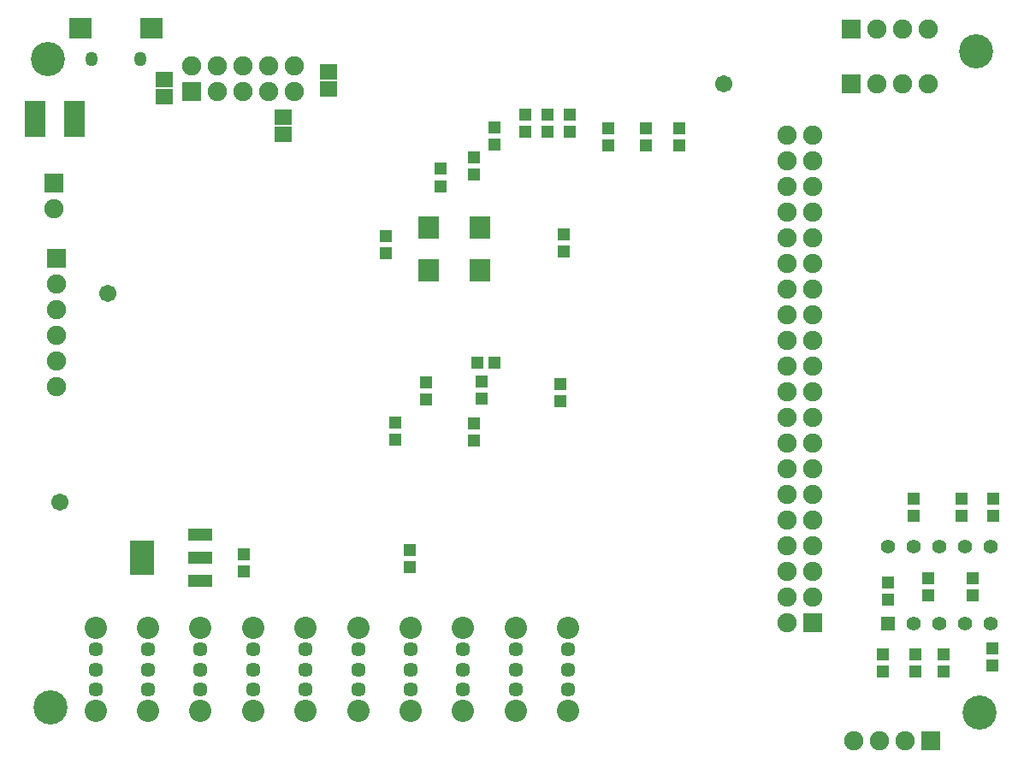
<source format=gbr>
G04 DipTrace 2.4.0.2*
%INBottomMask.gbr*%
%MOIN*%
%ADD51C,0.133*%
%ADD64R,0.0926X0.136*%
%ADD66R,0.0926X0.0454*%
%ADD76C,0.0867*%
%ADD78C,0.0572*%
%ADD80C,0.0671*%
%ADD86R,0.0867X0.0828*%
%ADD88O,0.0493X0.0572*%
%ADD90C,0.0749*%
%ADD92R,0.0749X0.0749*%
%ADD94R,0.0671X0.0592*%
%ADD96R,0.0828X0.1419*%
%ADD98C,0.056*%
%ADD100R,0.056X0.056*%
%ADD104R,0.0789X0.0867*%
%ADD106R,0.0513X0.0474*%
%ADD108R,0.0474X0.0513*%
%FSLAX44Y44*%
G04*
G70*
G90*
G75*
G01*
%LNBotMask*%
%LPD*%
D108*
X-33188Y-937D3*
Y-1607D3*
X-39646Y-1102D3*
Y-1772D3*
X-30688Y4000D3*
Y3331D3*
D106*
X-30544Y6375D3*
X-29875D3*
D108*
X-33750Y3375D3*
Y4044D3*
X-32562Y4937D3*
Y5607D3*
X-27313Y4875D3*
Y5544D3*
X-30375Y5625D3*
Y4956D3*
X-34129Y10626D3*
Y11295D3*
X-27190Y11376D3*
Y10707D3*
D104*
X-32441Y11626D3*
X-30441D3*
Y9973D3*
X-32441D3*
D100*
X-14564Y-3813D3*
D98*
X-13564D3*
X-12564D3*
X-11564D3*
X-10564D3*
Y-813D3*
X-11564D3*
X-12564D3*
X-13564D3*
X-14564D3*
D96*
X-46255Y15877D3*
X-47790D3*
D94*
X-36339Y17717D3*
Y17047D3*
X-42756Y17402D3*
Y16732D3*
X-38125Y15938D3*
Y15268D3*
D51*
X-11125Y18500D3*
X-11000Y-7250D3*
X-47188Y-7077D3*
X-47304Y18189D3*
D92*
X-17502Y-3750D3*
D90*
X-18502D3*
X-17502Y-2750D3*
X-18502D3*
X-17502Y-1750D3*
X-18502D3*
X-17502Y-750D3*
X-18502D3*
X-17502Y250D3*
X-18502D3*
X-17502Y1250D3*
X-18502D3*
X-17502Y2250D3*
X-18502D3*
X-17502Y3250D3*
X-18502D3*
X-17502Y4250D3*
X-18502D3*
X-17502Y5250D3*
X-18502D3*
X-17502Y6250D3*
X-18502D3*
X-17502Y7250D3*
X-18502D3*
X-17502Y8250D3*
X-18502D3*
X-17502Y9250D3*
X-18502D3*
X-17502Y10250D3*
X-18502D3*
X-17502Y11250D3*
X-18502D3*
X-17502Y12250D3*
X-18502D3*
X-17502Y13250D3*
X-18502D3*
X-17502Y14250D3*
X-18502D3*
X-17502Y15250D3*
X-18502D3*
D92*
X-47067Y13376D3*
D90*
Y12376D3*
D92*
X-41693Y16929D3*
D90*
Y17929D3*
X-40693Y16929D3*
Y17929D3*
X-39693Y16929D3*
Y17929D3*
X-38693Y16929D3*
Y17929D3*
X-37693Y16929D3*
Y17929D3*
D92*
X-46942Y10439D3*
D90*
Y9439D3*
Y8439D3*
Y7439D3*
Y6439D3*
Y5439D3*
D88*
X-43671Y18215D3*
X-45580D3*
D86*
X-43238Y19396D3*
X-46013D3*
D92*
X-16000Y19375D3*
D90*
X-15000D3*
X-14000D3*
X-13000D3*
D92*
X-16000Y17250D3*
D90*
X-15000D3*
X-14000D3*
X-13000D3*
D92*
X-12875Y-8375D3*
D90*
X-13875D3*
X-14875D3*
X-15875D3*
D80*
X-46817Y938D3*
X-20940Y17252D3*
X-44942Y9063D3*
D108*
X-29875Y14875D3*
Y15544D3*
X-30688Y13687D3*
Y14357D3*
X-32003Y13251D3*
Y13921D3*
X-22688Y14831D3*
Y15500D3*
X-24000Y14831D3*
Y15500D3*
X-25438Y14831D3*
Y15500D3*
X-26938Y15375D3*
Y16044D3*
X-27813Y15375D3*
Y16044D3*
X-28687Y15375D3*
Y16044D3*
X-11689Y1063D3*
Y393D3*
X-13564Y1063D3*
Y393D3*
X-10439Y1063D3*
Y393D3*
X-14752Y-5001D3*
Y-5670D3*
X-13501Y-5001D3*
Y-5670D3*
X-12376Y-5001D3*
Y-5670D3*
X-11251Y-2688D3*
Y-2018D3*
X-10501Y-4750D3*
Y-5420D3*
X-14564Y-2188D3*
Y-2857D3*
X-13001Y-2688D3*
Y-2018D3*
D78*
X-27012Y-4804D3*
Y-5592D3*
Y-6379D3*
D76*
Y-3978D3*
Y-7206D3*
D78*
X-29059Y-4804D3*
Y-5592D3*
Y-6379D3*
D76*
Y-3978D3*
Y-7206D3*
D78*
X-31106Y-4804D3*
Y-5592D3*
Y-6379D3*
D76*
Y-3978D3*
Y-7206D3*
D78*
X-33154Y-4804D3*
Y-5592D3*
Y-6379D3*
D76*
Y-3978D3*
Y-7206D3*
D78*
X-35201Y-4804D3*
Y-5592D3*
Y-6379D3*
D76*
Y-3978D3*
Y-7206D3*
D78*
X-37248Y-4804D3*
Y-5592D3*
Y-6379D3*
D76*
Y-3978D3*
Y-7206D3*
D78*
X-39295Y-4804D3*
Y-5592D3*
Y-6379D3*
D76*
Y-3978D3*
Y-7206D3*
D78*
X-41343Y-4804D3*
Y-5592D3*
Y-6379D3*
D76*
Y-3978D3*
Y-7206D3*
D78*
X-43390Y-4804D3*
Y-5592D3*
Y-6379D3*
D76*
Y-3978D3*
Y-7206D3*
D78*
X-45437Y-4804D3*
Y-5592D3*
Y-6379D3*
D76*
Y-3978D3*
Y-7206D3*
D66*
X-41339Y-315D3*
Y-1220D3*
Y-2126D3*
D64*
X-43622Y-1220D3*
M02*

</source>
